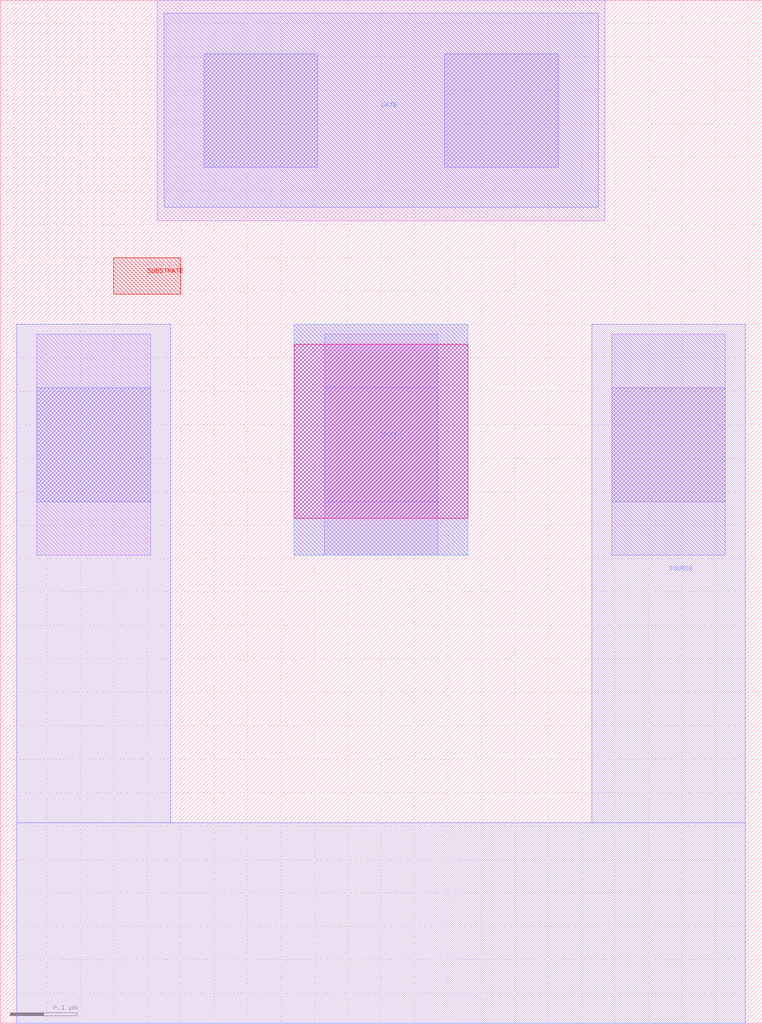
<source format=lef>
# Copyright 2020 The SkyWater PDK Authors
#
# Licensed under the Apache License, Version 2.0 (the "License");
# you may not use this file except in compliance with the License.
# You may obtain a copy of the License at
#
#     https://www.apache.org/licenses/LICENSE-2.0
#
# Unless required by applicable law or agreed to in writing, software
# distributed under the License is distributed on an "AS IS" BASIS,
# WITHOUT WARRANTIES OR CONDITIONS OF ANY KIND, either express or implied.
# See the License for the specific language governing permissions and
# limitations under the License.
#
# SPDX-License-Identifier: Apache-2.0

VERSION 5.7 ;
  NOWIREEXTENSIONATPIN ON ;
  DIVIDERCHAR "/" ;
  BUSBITCHARS "[]" ;
MACRO sky130_fd_pr__rf_nfet_01v8_lvt_aF02W0p42L0p15
  CLASS BLOCK ;
  FOREIGN sky130_fd_pr__rf_nfet_01v8_lvt_aF02W0p42L0p15 ;
  ORIGIN -0.180000  0.445000 ;
  SIZE  1.140000 BY  1.530000 ;
  PIN DRAIN
    ANTENNADIFFAREA  0.117600 ;
    PORT
      LAYER met2 ;
        RECT 0.620000 0.255000 0.880000 0.600000 ;
    END
  END DRAIN
  PIN GATE
    ANTENNAGATEAREA  0.126000 ;
    PORT
      LAYER met1 ;
        RECT 0.425000 0.775000 1.075000 1.065000 ;
    END
  END GATE
  PIN SOURCE
    ANTENNADIFFAREA  0.235200 ;
    PORT
      LAYER met1 ;
        RECT 0.205000 -0.445000 1.295000 -0.145000 ;
        RECT 0.205000 -0.145000 0.435000  0.600000 ;
        RECT 1.065000 -0.145000 1.295000  0.600000 ;
    END
  END SOURCE
  PIN SUBSTRATE
    PORT
      LAYER pwell ;
        RECT 0.350000 0.645000 0.450000 0.700000 ;
    END
  END SUBSTRATE
  OBS
    LAYER li1 ;
      RECT 0.235000 0.255000 0.405000 0.585000 ;
      RECT 0.415000 0.755000 1.085000 1.085000 ;
      RECT 0.665000 0.255000 0.835000 0.585000 ;
      RECT 1.095000 0.255000 1.265000 0.585000 ;
    LAYER mcon ;
      RECT 0.235000 0.335000 0.405000 0.505000 ;
      RECT 0.485000 0.835000 0.655000 1.005000 ;
      RECT 0.665000 0.335000 0.835000 0.505000 ;
      RECT 0.845000 0.835000 1.015000 1.005000 ;
      RECT 1.095000 0.335000 1.265000 0.505000 ;
    LAYER met1 ;
      RECT 0.620000 0.255000 0.880000 0.600000 ;
    LAYER via ;
      RECT 0.620000 0.310000 0.880000 0.570000 ;
  END
END sky130_fd_pr__rf_nfet_01v8_lvt_aF02W0p42L0p15
END LIBRARY

</source>
